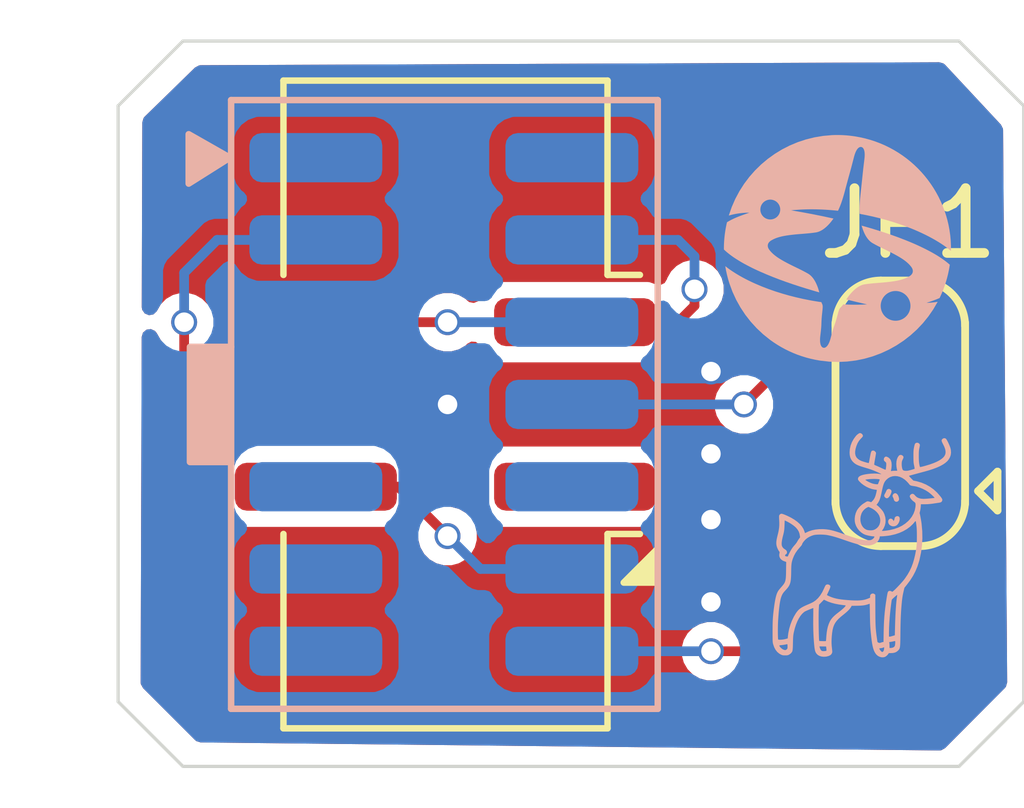
<source format=kicad_pcb>
(kicad_pcb (version 20241229) (generator "pcbnew") (generator_version "9.0")
  (layers (0 "F.Cu" signal) (2 "B.Cu" signal) (13 "F.Paste" user) (15 "B.Paste" user) (5 "F.SilkS" user "F.Silkscreen") (7 "B.SilkS" user "B.Silkscreen") (1 "F.Mask" user) (3 "B.Mask" user) (25 "Edge.Cuts" user))
  (net 0 "")
  (net 1 "/SWO")
  (net 2 "/SWCLK")
  (net 3 "/SWDIO")
  (net 4 "/GND")
  (net 5 "/T_VCC")
  (net 6 "/NRST")
  (net 10 "/SWO{slash}UART")
  (net 14 "/T_VCP_TX")
  (footprint "Jumper:SolderJumper-3_P1.3mm_Open_RoundedPad1.0x1.5mm" (layer "F.Cu") (at -1.905 -5.705 90)
    (property "Reference" "JP1" (at 2.931 0.127 180) (layer "F.SilkS"))
    (property "Value" "SolderJumper_3_Open" (hide yes))
    (pad "1" smd custom (at -1.3 0 90) (size 1 0.5) (layers "F.Cu" "F.Mask") (net 14 "/T_VCP_TX") (options (clearance outline) (anchor rect)) (primitives (gr_circle (center 0 0.25) (end 0.5 0.25) (width 0) (fill yes)) (gr_circle (center 0 -0.25) (end 0.5 -0.25) (width 0) (fill yes)) (gr_poly (pts (xy 0.55 0.75) (xy 0 0.75) (xy 0 -0.75) (xy 0.55 -0.75)) (width 0) (fill yes))))
    (pad "2" smd rect (at 0 0 90) (size 1 1.5) (layers "F.Cu" "F.Mask") (net 10 "/SWO{slash}UART"))
    (pad "3" smd custom (at 1.3 0 90) (size 1 0.5) (layers "F.Cu" "F.Mask") (net 1 "/SWO") (options (clearance outline) (anchor rect)) (primitives (gr_circle (center 0 0.25) (end 0.5 0.25) (width 0) (fill yes)) (gr_circle (center 0 -0.25) (end 0.5 -0.25) (width 0) (fill yes)) (gr_poly (pts (xy 0 0.75) (xy -0.55 0.75) (xy -0.55 -0.75) (xy 0 -0.75)) (width 0) (fill yes))))
  )
  (footprint "Bluesat:IDC6" (layer "F.Cu") (at -8.922 -5.842 90)
    (property "Reference" "J101" (hide yes))
    (property "Value" "Conn_01x06_Pin")
    (pad "1" smd roundrect (at -1.27 2 90) (size 0.74 2.5) (layers "F.Cu" "F.Mask" "F.Paste") (net 10 "/SWO{slash}UART"))
    (pad "2" smd roundrect (at -1.27 -2 90) (size 0.74 2.5) (layers "F.Cu" "F.Mask" "F.Paste") (net 6 "/NRST"))
    (pad "3" smd roundrect (at 0 2 90) (size 0.74 2.5) (layers "F.Cu" "F.Mask" "F.Paste") (net 4 "/GND"))
    (pad "4" smd roundrect (at 0 -2 90) (size 0.74 2.5) (layers "F.Cu" "F.Mask" "F.Paste") (net 5 "/T_VCC"))
    (pad "5" smd roundrect (at 1.27 2 90) (size 0.74 2.5) (layers "F.Cu" "F.Mask" "F.Paste") (net 3 "/SWDIO"))
    (pad "6" smd roundrect (at 1.27 -2 90) (size 0.74 2.5) (layers "F.Cu" "F.Mask" "F.Paste") (net 2 "/SWCLK"))
  )
  (footprint "Project:Reindeer" (layer "B.Cu") (at -2.5 -3.75 180)
    (property "Reference" "G***" (hide yes))
    (property "Value" "LOGO" (hide yes))
  )
  (footprint "Bluesat:IDC14-Plug-Flipped" (layer "B.Cu") (at -8.947 -5.842 90)
    (property "Reference" "J102" (hide yes))
    (property "Value" "Conn_01x14_Pin")
    (pad "1" smd roundrect (at 3.81 -1.975 90) (size 0.76 2.05) (layers "B.Cu" "B.Mask" "B.Paste"))
    (pad "2" smd roundrect (at 3.81 1.975 90) (size 0.76 2.05) (layers "B.Cu" "B.Mask" "B.Paste"))
    (pad "3" smd roundrect (at 2.54 -1.975 90) (size 0.76 2.05) (layers "B.Cu" "B.Mask" "B.Paste") (net 5 "/T_VCC"))
    (pad "4" smd roundrect (at 2.54 1.975 90) (size 0.76 2.05) (layers "B.Cu" "B.Mask" "B.Paste") (net 3 "/SWDIO"))
    (pad "5" smd roundrect (at 1.27 -1.975 90) (size 0.76 2.05) (layers "B.Cu" "B.Mask" "B.Paste") (net 4 "/GND"))
    (pad "6" smd roundrect (at 1.27 1.975 90) (size 0.76 2.05) (layers "B.Cu" "B.Mask" "B.Paste") (net 2 "/SWCLK"))
    (pad "7" smd roundrect (at 0 -1.975 90) (size 0.76 2.05) (layers "B.Cu" "B.Mask" "B.Paste") (net 4 "/GND"))
    (pad "8" smd roundrect (at 0 1.975 90) (size 0.76 2.05) (layers "B.Cu" "B.Mask" "B.Paste") (net 1 "/SWO"))
    (pad "9" smd roundrect (at -1.27 -1.975 90) (size 0.76 2.05) (layers "B.Cu" "B.Mask" "B.Paste"))
    (pad "10" smd roundrect (at -1.27 1.975 90) (size 0.76 2.05) (layers "B.Cu" "B.Mask" "B.Paste"))
    (pad "11" smd roundrect (at -2.54 -1.975 90) (size 0.76 2.05) (layers "B.Cu" "B.Mask" "B.Paste"))
    (pad "12" smd roundrect (at -2.54 1.975 90) (size 0.76 2.05) (layers "B.Cu" "B.Mask" "B.Paste") (net 6 "/NRST"))
    (pad "13" smd roundrect (at -3.81 -1.975 90) (size 0.76 2.05) (layers "B.Cu" "B.Mask" "B.Paste"))
    (pad "14" smd roundrect (at -3.81 1.975 90) (size 0.76 2.05) (layers "B.Cu" "B.Mask" "B.Paste") (net 14 "/T_VCP_TX"))
  )
  (gr_poly (pts (xy -2.413858 -8.57805) (xy -2.326633 -8.552308) (xy -2.239837 -8.52554) (xy -2.153512 -8.497687) (xy -2.0677 -8.46869) (xy -1.982442 -8.438492) (xy -1.897782 -8.407034) (xy -1.81376 -8.374258) (xy -1.761356 -8.352884) (xy -1.709287 -8.330854) (xy -1.657608 -8.308134) (xy -1.60637 -8.28469) (xy -1.555626 -8.260487) (xy -1.505429 -8.23549) (xy -1.455831 -8.209665) (xy -1.406886 -8.182978) (xy -1.382729 -8.169289) (xy -1.358842 -8.155259) (xy -1.335235 -8.1409) (xy -1.311917 -8.126224) (xy -1.2889 -8.111245) (xy -1.266194 -8.095975) (xy -1.243809 -8.080427) (xy -1.221755 -8.064613) (xy -1.211287 -8.056737) (xy -1.200907 -8.048773) (xy -1.190627 -8.04072) (xy -1.180462 -8.032576) (xy -1.170424 -8.02434) (xy -1.160529 -8.01601) (xy -1.150788 -8.007584) (xy -1.141217 -7.999061) (xy -1.1426 -7.989736) (xy -1.144033 -7.980406) (xy -1.155515 -7.914747) (xy -1.16933 -7.850087) (xy -1.185428 -7.786463) (xy -1.203757 -7.723913) (xy -1.224269 -7.662473) (xy -1.246912 -7.602182) (xy -1.271636 -7.543075) (xy -1.298391 -7.485191) (xy -1.322968 -7.474687) (xy -1.34782 -7.464597) (xy -1.37292 -7.454873) (xy -1.398239 -7.445467) (xy -1.449422 -7.427415) (xy -1.501143 -7.410053) (xy -1.479479 -7.410923) (xy -1.457818 -7.412128) (xy -1.436162 -7.413676) (xy -1.414512 -7.415578) (xy -1.392872 -7.417842) (xy -1.371243 -7.420477) (xy -1.349628 -7.423494) (xy -1.328027 -7.4269) (xy -1.396232 -7.309931) (xy -1.472809 -7.199293) (xy -1.557258 -7.095349) (xy -1.649079 -6.998466) (xy -1.747775 -6.909007) (xy -1.852846 -6.827336) (xy -1.963792 -6.753819) (xy -2.080116 -6.68882) (xy -2.201317 -6.632702) (xy -2.326896 -6.585832) (xy -2.456356 -6.548573) (xy -2.589195 -6.521289) (xy -2.724916 -6.504346) (xy -2.863019 -6.498108) (xy -3.003006 -6.502939) (xy -3.144376 -6.519203) (xy -3.216102 -6.53188) (xy -3.286628 -6.54734) (xy -3.355906 -6.565516) (xy -3.423889 -6.586342) (xy -3.490528 -6.609753) (xy -3.555775 -6.635683) (xy -3.619582 -6.664064) (xy -3.6819 -6.694833) (xy -3.742681 -6.727921) (xy -3.801877 -6.763264) (xy -3.859439 -6.800795) (xy -3.915321 -6.840449) (xy -4.021846 -6.925859) (xy -4.121067 -7.018965) (xy -4.212597 -7.11924) (xy -4.296052 -7.226155) (xy -4.371044 -7.339183) (xy -4.437189 -7.457794) (xy -4.494101 -7.581461) (xy -4.541394 -7.709655) (xy -4.561312 -7.775285) (xy -4.578682 -7.841848) (xy -4.593453 -7.909279) (xy -4.605579 -7.977512) (xy -4.588898 -7.964506) (xy -4.572092 -7.951747) (xy -4.555184 -7.939209) (xy -4.538193 -7.926869) (xy -4.490878 -7.894613) (xy -4.442868 -7.863924) (xy -4.394222 -7.834703) (xy -4.345 -7.806851) (xy -4.295262 -7.780268) (xy -4.245066 -7.754855) (xy -4.194472 -7.730512) (xy -4.14354 -7.707141) (xy -4.040603 -7.663474) (xy -3.936557 -7.623375) (xy -3.831516 -7.5867) (xy -3.725594 -7.5533) (xy -3.618902 -7.523031) (xy -3.511556 -7.495744) (xy -3.403667 -7.471294) (xy -3.295349 -7.449534) (xy -3.252174 -7.441946) (xy -3.208934 -7.434733) (xy -3.165636 -7.427911) (xy -3.122285 -7.421499) (xy -3.119436 -7.413767) (xy -3.116709 -7.407066) (xy -3.111732 -7.395789) (xy -3.10758 -7.385729) (xy -3.105883 -7.380548) (xy -3.104477 -7.374944) (xy -3.103389 -7.368673) (xy -3.102647 -7.361494) (xy -3.102279 -7.353163) (xy -3.102314 -7.343438) (xy -3.102779 -7.332076) (xy -3.103704 -7.318835) (xy -3.105114 -7.303472) (xy -3.10704 -7.285746) (xy -3.114509 -7.215875) (xy -3.118744 -7.165153) (xy -3.120857 -7.127201) (xy -3.121961 -7.095641) (xy -3.123169 -7.064093) (xy -3.125593 -7.02618) (xy -3.130344 -6.975523) (xy -3.138537 -6.905743) (xy -3.140349 -6.889972) (xy -3.141707 -6.875109) (xy -3.142635 -6.861126) (xy -3.143156 -6.847996) (xy -3.143295 -6.835692) (xy -3.143075 -6.824188) (xy -3.142522 -6.813457) (xy -3.141658 -6.803471) (xy -3.140509 -6.794205) (xy -3.139097 -6.78563) (xy -3.137447 -6.777721) (xy -3.135583 -6.77045) (xy -3.13353 -6.76379) (xy -3.13131 -6.757716) (xy -3.128949 -6.752199) (xy -3.12647 -6.747213) (xy -3.123898 -6.742731) (xy -3.121256 -6.738726) (xy -3.118568 -6.735171) (xy -3.115859 -6.73204) (xy -3.113152 -6.729305) (xy -3.110472 -6.726941) (xy -3.107842 -6.724919) (xy -3.105288 -6.723213) (xy -3.102832 -6.721796) (xy -3.100499 -6.720642) (xy -3.096297 -6.719012) (xy -3.092875 -6.718109) (xy -3.090426 -6.717718) (xy -3.084482 -6.716799) (xy -3.079976 -6.716792) (xy -3.07458 -6.717448) (xy -3.068396 -6.719036) (xy -3.061525 -6.721826) (xy -3.054068 -6.72609) (xy -3.046126 -6.732097) (xy -3.0378 -6.740118) (xy -3.033524 -6.744968) (xy -3.02919 -6.750423) (xy -3.02481 -6.756517) (xy -3.020397 -6.763283) (xy -3.015964 -6.770755) (xy -3.011523 -6.778967) (xy -3.007087 -6.787953) (xy -3.002668 -6.797746) (xy -2.99828 -6.808381) (xy -2.993934 -6.819891) (xy -2.989643 -6.83231) (xy -2.98542 -6.845671) (xy -2.981278 -6.860009) (xy -2.977229 -6.875358) (xy -2.959484 -6.943343) (xy -2.945492 -6.992262) (xy -2.933969 -7.028463) (xy -2.923627 -7.058292) (xy -2.913183 -7.088095) (xy -2.901349 -7.124218) (xy -2.886841 -7.173009) (xy -2.868372 -7.240813) (xy -2.86292 -7.260913) (xy -2.857981 -7.277729) (xy -2.853455 -7.291652) (xy -2.849237 -7.303072) (xy -2.847213 -7.307966) (xy -2.845227 -7.312381) (xy -2.843267 -7.316367) (xy -2.84132 -7.319971) (xy -2.839374 -7.323243) (xy -2.837416 -7.326231) (xy -2.835432 -7.328985) (xy -2.83341 -7.331553) (xy -2.829201 -7.336328) (xy -2.824686 -7.340948) (xy -2.814329 -7.351283) (xy -2.808281 -7.357781) (xy -2.806182 -7.360235) (xy -2.20734 -7.360235) (xy -2.206887 -7.348926) (xy -2.20588 -7.337716) (xy -2.20433 -7.326623) (xy -2.202247 -7.315666) (xy -2.199642 -7.30486) (xy -2.196525 -7.294225) (xy -2.192907 -7.283776) (xy -2.188798 -7.273531) (xy -2.184209 -7.263509) (xy -2.179151 -7.253725) (xy -2.173635 -7.244198) (xy -2.16767 -7.234945) (xy -2.161267 -7.225983) (xy -2.154438 -7.21733) (xy -2.147192 -7.209003) (xy -2.139541 -7.201019) (xy -2.131494 -7.193397) (xy -2.123063 -7.186152) (xy -2.114258 -7.179304) (xy -2.10509 -7.172868) (xy -2.095569 -7.166863) (xy -2.085706 -7.161305) (xy -2.075511 -7.156213) (xy -2.064995 -7.151604) (xy -2.054169 -7.147494) (xy -2.043043 -7.143902) (xy -2.031628 -7.140845) (xy -2.020085 -7.138368) (xy -2.008555 -7.136498) (xy -1.997054 -7.135224) (xy -1.985601 -7.134537) (xy -1.974213 -7.134424) (xy -1.962907 -7.134876) (xy -1.9517 -7.135882) (xy -1.94061 -7.137432) (xy -1.929655 -7.139514) (xy -1.918851 -7.142119) (xy -1.908216 -7.145235) (xy -1.897768 -7.148852) (xy -1.887524 -7.152959) (xy -1.877501 -7.157546) (xy -1.867717 -7.162602) (xy -1.858189 -7.168117) (xy -1.848934 -7.17408) (xy -1.839971 -7.18048) (xy -1.831315 -7.187307) (xy -1.822986 -7.19455) (xy -1.814999 -7.202198) (xy -1.807373 -7.210241) (xy -1.800125 -7.218669) (xy -1.793273 -7.22747) (xy -1.786833 -7.236634) (xy -1.780823 -7.246151) (xy -1.775261 -7.25601) (xy -1.770163 -7.2662) (xy -1.765548 -7.27671) (xy -1.761433 -7.287531) (xy -1.757835 -7.298651) (xy -1.754771 -7.310059) (xy -1.752294 -7.321608) (xy -1.750425 -7.333145) (xy -1.749153 -7.34465) (xy -1.748466 -7.356109) (xy -1.748356 -7.367501) (xy -1.74881 -7.378812) (xy -1.749818 -7.390023) (xy -1.75137 -7.401116) (xy -1.753455 -7.412074) (xy -1.756063 -7.422881) (xy -1.759182 -7.433518) (xy -1.762802 -7.443968) (xy -1.766913 -7.454213) (xy -1.771504 -7.464237) (xy -1.776564 -7.474022) (xy -1.782082 -7.48355) (xy -1.788049 -7.492804) (xy -1.794452 -7.501768) (xy -1.801283 -7.510422) (xy -1.808529 -7.51875) (xy -1.816181 -7.526735) (xy -1.824227 -7.534358) (xy -1.832658 -7.541604) (xy -1.841462 -7.548453) (xy -1.850629 -7.55489) (xy -1.860148 -7.560896) (xy -1.870008 -7.566454) (xy -1.8802 -7.571547) (xy -1.890712 -7.576156) (xy -1.901534 -7.580266) (xy -1.912654 -7.583859) (xy -1.924063 -7.586916) (xy -1.929838 -7.588234) (xy -1.935611 -7.589399) (xy -1.941381 -7.590413) (xy -1.947146 -7.591275) (xy -1.952903 -7.591989) (xy -1.95865 -7.592554) (xy -1.964385 -7.592973) (xy -1.970107 -7.593246) (xy -1.98008 -7.593379) (xy -1.989991 -7.593077) (xy -1.999829 -7.592348) (xy -2.009583 -7.5912) (xy -2.01924 -7.589639) (xy -2.028789 -7.587673) (xy -2.038218 -7.585309) (xy -2.047516 -7.582554) (xy -2.056671 -7.579415) (xy -2.065671 -7.575899) (xy -2.074504 -7.572013) (xy -2.08316 -7.567765) (xy -2.091626 -7.563162) (xy -2.09989 -7.55821) (xy -2.107941 -7.552917) (xy -2.115768 -7.547291) (xy -2.123358 -7.541337) (xy -2.130701 -7.535064) (xy -2.137783 -7.528479) (xy -2.144594 -7.521588) (xy -2.151123 -7.514398) (xy -2.157356 -7.506918) (xy -2.163283 -7.499154) (xy -2.168893 -7.491113) (xy -2.174172 -7.482802) (xy -2.17911 -7.474229) (xy -2.183696 -7.4654) (xy -2.187916 -7.456323) (xy -2.191761 -7.447005) (xy -2.195217 -7.437453) (xy -2.198274 -7.427674) (xy -2.20092 -7.417676) (xy -2.203397 -7.406127) (xy -2.205267 -7.394591) (xy -2.20654 -7.383085) (xy -2.207227 -7.371628) (xy -2.20734 -7.360235) (xy -2.806182 -7.360235) (xy -2.801517 -7.365688) (xy -2.793935 -7.375394) (xy -2.789805 -7.381044) (xy -2.785432 -7.38729) (xy -2.746146 -7.385271) (xy -2.70685 -7.383701) (xy -2.667545 -7.382589) (xy -2.628232 -7.381941) (xy -2.561285 -7.381941) (xy -2.525549 -7.382526) (xy -2.489817 -7.383528) (xy -2.454091 -7.384957) (xy -2.418374 -7.386825) (xy -2.578949 -7.424369) (xy -2.73838 -7.462789) (xy -2.72559 -7.481798) (xy -2.711955 -7.500994) (xy -2.697511 -7.520213) (xy -2.682298 -7.539288) (xy -2.666352 -7.558055) (xy -2.649711 -7.576348) (xy -2.632413 -7.594003) (xy -2.614495 -7.610853) (xy -2.595995 -7.626734) (xy -2.57695 -7.641481) (xy -2.557399 -7.654928) (xy -2.537379 -7.66691) (xy -2.516927 -7.677262) (xy -2.506551 -7.681774) (xy -2.496081 -7.685818) (xy -2.485523 -7.689371) (xy -2.474879 -7.692414) (xy -2.464157 -7.694924) (xy -2.453359 -7.696883) (xy -2.408196 -7.703193) (xy -2.362906 -7.708372) (xy -2.317522 -7.712726) (xy -2.272078 -7.716559) (xy -2.181147 -7.72388) (xy -2.135727 -7.727978) (xy -2.090384 -7.732773) (xy -2.04903 -7.737823) (xy -2.006594 -7.743798) (xy -1.963658 -7.751117) (xy -1.942186 -7.755412) (xy -1.920807 -7.7602) (xy -1.899596 -7.765534) (xy -1.878625 -7.771466) (xy -1.857967 -7.778049) (xy -1.837696 -7.785335) (xy -1.817883 -7.793377) (xy -1.798602 -7.802226) (xy -1.779926 -7.811937) (xy -1.761928 -7.82256) (xy -1.757299 -7.82558) (xy -1.752824 -7.828745) (xy -1.748514 -7.832053) (xy -1.744383 -7.835502) (xy -1.740442 -7.839089) (xy -1.736702 -7.84281) (xy -1.733176 -7.846664) (xy -1.729876 -7.850647) (xy -1.726813 -7.854756) (xy -1.723999 -7.85899) (xy -1.721446 -7.863345) (xy -1.719167 -7.867819) (xy -1.717172 -7.872409) (xy -1.715474 -7.877112) (xy -1.714085 -7.881925) (xy -1.713017 -7.886846) (xy -1.71222 -7.891829) (xy -1.711763 -7.896826) (xy -1.711634 -7.901831) (xy -1.711824 -7.906837) (xy -1.712322 -7.911837) (xy -1.713117 -7.916825) (xy -1.714201 -7.921795) (xy -1.715562 -7.92674) (xy -1.71719 -7.931654) (xy -1.719075 -7.936529) (xy -1.721207 -7.94136) (xy -1.723576 -7.94614) (xy -1.726171 -7.950862) (xy -1.728982 -7.95552) (xy -1.731999 -7.960108) (xy -1.735212 -7.964619) (xy -1.748111 -7.981041) (xy -1.761974 -7.996862) (xy -1.776711 -8.012104) (xy -1.792238 -8.026789) (xy -1.808468 -8.040939) (xy -1.825312 -8.054576) (xy -1.842686 -8.067722) (xy -1.860501 -8.0804) (xy -1.878672 -8.092631) (xy -1.897111 -8.104438) (xy -1.934449 -8.126867) (xy -1.971819 -8.147863) (xy -2.008528 -8.167604) (xy -2.04902 -8.188569) (xy -2.089836 -8.208909) (xy -2.171877 -8.248801) (xy -2.212819 -8.268896) (xy -2.253518 -8.289455) (xy -2.293834 -8.310747) (xy -2.333625 -8.333046) (xy -2.349474 -8.343198) (xy -2.364536 -8.354737) (xy -2.378825 -8.367556) (xy -2.392358 -8.381551) (xy -2.40515 -8.396617) (xy -2.417218 -8.412647) (xy -2.428576 -8.429536) (xy -2.43924 -8.447179) (xy -2.449227 -8.465472) (xy -2.458551 -8.484307) (xy -2.467229 -8.50358) (xy -2.475276 -8.523185) (xy -2.482708 -8.543018) (xy -2.48954 -8.562972) (xy -2.495789 -8.582942) (xy -2.50147 -8.602823)) (fill yes) (layer "B.SilkS"))
  (gr_poly (pts (xy -2.827843 -10.001208) (xy -2.783592 -9.999405) (xy -2.73919 -9.996472) (xy -2.694653 -9.992397) (xy -2.649996 -9.987168) (xy -2.605236 -9.980775) (xy -2.523684 -9.966125) (xy -2.443695 -9.947883) (xy -2.365339 -9.926144) (xy -2.288688 -9.901007) (xy -2.213814 -9.87257) (xy -2.140787 -9.840928) (xy -2.069678 -9.80618) (xy -2.000558 -9.768424) (xy -1.933499 -9.727755) (xy -1.868571 -9.684273) (xy -1.805846 -9.638074) (xy -1.745395 -9.589255) (xy -1.687288 -9.537914) (xy -1.631598 -9.484148) (xy -1.578395 -9.428056) (xy -1.52775 -9.369733) (xy -1.479734 -9.309277) (xy -1.434418 -9.246787) (xy -1.391875 -9.182358) (xy -1.352173 -9.116089) (xy -1.315386 -9.048077) (xy -1.281583 -8.978419) (xy -1.250836 -8.907213) (xy -1.223216 -8.834555) (xy -1.198795 -8.760544) (xy -1.177642 -8.685277) (xy -1.15983 -8.608851) (xy -1.145429 -8.531363) (xy -1.134511 -8.452911) (xy -1.127147 -8.373592) (xy -1.123407 -8.293504) (xy -1.123363 -8.212743) (xy -1.14579 -8.231122) (xy -1.168527 -8.248943) (xy -1.191546 -8.266245) (xy -1.214815 -8.283068) (xy -1.238307 -8.299451) (xy -1.261989 -8.315433) (xy -1.285834 -8.331054) (xy -1.309811 -8.346353) (xy -1.361705 -8.377563) (xy -1.414207 -8.407327) (xy -1.467267 -8.435726) (xy -1.520832 -8.462844) (xy -1.574853 -8.488764) (xy -1.629278 -8.513569) (xy -1.684057 -8.537341) (xy -1.739139 -8.560164) (xy -1.835931 -8.597205) (xy -1.933511 -8.631544) (xy -2.031811 -8.663248) (xy -2.130762 -8.692386) (xy -2.230297 -8.719027) (xy -2.330348 -8.743238) (xy -2.430847 -8.765089) (xy -2.531726 -8.784646) (xy -2.533628 -8.825642) (xy -2.534065 -8.866705) (xy -2.533218 -8.907799) (xy -2.531265 -8.94889) (xy -2.528387 -8.989943) (xy -2.524762 -9.030925) (xy -2.515991 -9.112533) (xy -2.500335 -9.254354) (xy -2.488357 -9.370567) (xy -2.475952 -9.486728) (xy -2.459018 -9.628393) (xy -2.457199 -9.644163) (xy -2.455835 -9.659026) (xy -2.454903 -9.673009) (xy -2.454377 -9.686138) (xy -2.454235 -9.698441) (xy -2.454451 -9.709943) (xy -2.455001 -9.720673) (xy -2.455863 -9.730657) (xy -2.457011 -9.739922) (xy -2.458421 -9.748494) (xy -2.46007 -9.756401) (xy -2.461932 -9.76367) (xy -2.463986 -9.770327) (xy -2.466205 -9.776399) (xy -2.468566 -9.781914) (xy -2.471045 -9.786898) (xy -2.473618 -9.791377) (xy -2.476261 -9.79538) (xy -2.47895 -9.798932) (xy -2.48166 -9.802061) (xy -2.484368 -9.804793) (xy -2.487049 -9.807156) (xy -2.489679 -9.809176) (xy -2.492235 -9.81088) (xy -2.494692 -9.812295) (xy -2.497026 -9.813448) (xy -2.50123 -9.815075) (xy -2.504653 -9.815976) (xy -2.507103 -9.816366) (xy -2.513047 -9.817307) (xy -2.517554 -9.817322) (xy -2.52295 -9.816674) (xy -2.529134 -9.815091) (xy -2.536005 -9.812305) (xy -2.543461 -9.808044) (xy -2.551402 -9.802039) (xy -2.559727 -9.794019) (xy -2.564001 -9.789169) (xy -2.568334 -9.783715) (xy -2.572711 -9.777621) (xy -2.577122 -9.770855) (xy -2.581553 -9.763383) (xy -2.585991 -9.755171) (xy -2.590424 -9.746185) (xy -2.594839 -9.736391) (xy -2.599223 -9.725756) (xy -2.603565 -9.714246) (xy -2.607851 -9.701827) (xy -2.612068 -9.688465) (xy -2.616205 -9.674127) (xy -2.620248 -9.658779) (xy -2.655991 -9.520646) (xy -2.686665 -9.407916) (xy -2.71774 -9.295289) (xy -2.754684 -9.157466) (xy -2.765756 -9.116018) (xy -2.777282 -9.074578) (xy -2.78944 -9.033259) (xy -2.802408 -8.992173) (xy -2.816362 -8.951435) (xy -2.831481 -8.911154) (xy -2.84794 -8.871446) (xy -2.856728 -8.851841) (xy -2.865918 -8.832421) (xy -2.913952 -8.837212) (xy -2.962026 -8.841469) (xy -3.010133 -8.845173) (xy -3.058264 -8.848305) (xy -3.106413 -8.850845) (xy -3.15457 -8.852774) (xy -3.202729 -8.854072) (xy -3.250881 -8.85472) (xy -3.295917 -8.85472) (xy -3.332764 -8.85427) (xy -3.369595 -8.853408) (xy -3.406407 -8.852127) (xy -3.443199 -8.850421) (xy -3.479968 -8.848283) (xy -3.516711 -8.845707) (xy -3.553426 -8.842687) (xy -3.590111 -8.839217) (xy -3.424893 -8.810505) (xy -3.260898 -8.779945) (xy -3.098044 -8.747246) (xy -2.93625 -8.712118) (xy -2.949005 -8.69416) (xy -2.962469 -8.676178) (xy -2.976609 -8.658307) (xy -2.991396 -8.640683) (xy -3.006798 -8.623441) (xy -3.022785 -8.606716) (xy -3.039325 -8.590643) (xy -3.056389 -8.575358) (xy -3.073945 -8.560996) (xy -3.091963 -8.547692) (xy -3.110412 -8.535581) (xy -3.129261 -8.524799) (xy -3.148479 -8.515481) (xy -3.158217 -8.511413) (xy -3.168036 -8.507762) (xy -3.177931 -8.504544) (xy -3.1879 -8.501777) (xy -3.197938 -8.499477) (xy -3.208042 -8.497661) (xy -3.253225 -8.49137) (xy -3.298526 -8.486197) (xy -3.343915 -8.48184) (xy -3.389361 -8.477998) (xy -3.4803 -8.470652) (xy -3.52573 -8.466545) (xy -3.571094 -8.461746) (xy -3.612445 -8.456716) (xy -3.654872 -8.450752) (xy -3.697795 -8.443438) (xy -3.719261 -8.439145) (xy -3.740632 -8.434358) (xy -3.761836 -8.429025) (xy -3.7828 -8.423094) (xy -3.803451 -8.416513) (xy -3.823717 -8.40923) (xy -3.843525 -8.401193) (xy -3.862802 -8.39235) (xy -3.881475 -8.382648) (xy -3.899472 -8.372036) (xy -3.904113 -8.369005) (xy -3.908598 -8.365829) (xy -3.912914 -8.362513) (xy -3.91705 -8.359057) (xy -3.920995 -8.355465) (xy -3.924737 -8.35174) (xy -3.928263 -8.347883) (xy -3.931563 -8.343898) (xy -3.934625 -8.339787) (xy -3.937437 -8.335553) (xy -3.939988 -8.331197) (xy -3.942265 -8.326724) (xy -3.944258 -8.322135) (xy -3.945954 -8.317432) (xy -3.947342 -8.312619) (xy -3.94841 -8.307699) (xy -3.949206 -8.302716) (xy -3.949663 -8.297718) (xy -3.949792 -8.292713) (xy -3.949602 -8.287707) (xy -3.949105 -8.282706) (xy -3.948309 -8.277718) (xy -3.947226 -8.272748) (xy -3.945865 -8.267805) (xy -3.944237 -8.262893) (xy -3.942351 -8.258021) (xy -3.940219 -8.253194) (xy -3.937851 -8.248419) (xy -3.935256 -8.243704) (xy -3.932445 -8.239054) (xy -3.929428 -8.234476) (xy -3.926215 -8.229977) (xy -3.913315 -8.213543) (xy -3.899452 -8.197711) (xy -3.884714 -8.18246) (xy -3.869187 -8.167766) (xy -3.852957 -8.153609) (xy -3.836112 -8.139966) (xy -3.81874 -8.126814) (xy -3.800925 -8.114132) (xy -3.782757 -8.101897) (xy -3.76432 -8.090087) (xy -3.726992 -8.067654) (xy -3.689637 -8.046656) (xy -3.65295 -8.026915) (xy -3.612436 -8.005951) (xy -3.571605 -7.985612) (xy -3.489549 -7.945718) (xy -3.448606 -7.925618) (xy -3.407907 -7.90505) (xy -3.367592 -7.883742) (xy -3.327802 -7.861421) (xy -3.310995 -7.850602) (xy -3.295076 -7.838224) (xy -3.280025 -7.824415) (xy -3.265825 -7.809301) (xy -3.252455 -7.793008) (xy -3.239898 -7.775663) (xy -3.228135 -7.757391) (xy -3.217146 -7.738321) (xy -3.206913 -7.718577) (xy -3.197417 -7.698286) (xy -3.18864 -7.677574) (xy -3.180561 -7.656569) (xy -3.173164 -7.635396) (xy -3.166428 -7.614182) (xy -3.160335 -7.593054) (xy -3.154867 -7.572136) (xy -3.206937 -7.587061) (xy -3.258891 -7.60229) (xy -3.361701 -7.633251) (xy -3.464026 -7.665356) (xy -3.56576 -7.698749) (xy -3.666799 -7.733574) (xy -3.767037 -7.769975) (xy -3.866369 -7.808096) (xy -3.964689 -7.848082) (xy -4.061891 -7.890076) (xy -4.110064 -7.911705) (xy -4.15779 -7.934065) (xy -4.181459 -7.945546) (xy -4.204986 -7.95724) (xy -4.228359 -7.969158) (xy -4.25157 -7.98131) (xy -4.274796 -7.993344) (xy -4.297855 -8.005624) (xy -4.320731 -8.018149) (xy -4.343412 -8.03092) (xy -4.365882 -8.043936) (xy -4.388129 -8.057197) (xy -4.410137 -8.070704) (xy -4.431894 -8.084457) (xy -4.453475 -8.098386) (xy -4.474741 -8.112628) (xy -4.495667 -8.127179) (xy -4.51623 -8.142037) (xy -4.536406 -8.157199) (xy -4.55617 -8.172661) (xy -4.575498 -8.188421) (xy -4.594365 -8.204475) (xy -4.602578 -8.211867) (xy -4.610706 -8.219337) (xy -4.618731 -8.226881) (xy -4.626637 -8.234499) (xy -4.626551 -8.269792) (xy -4.62575 -8.305199) (xy -4.624226 -8.340711) (xy -4.621975 -8.376321) (xy -4.618991 -8.41202) (xy -4.615267 -8.447801) (xy -4.610799 -8.483654) (xy -4.605579 -8.519572) (xy -4.599906 -8.553797) (xy -4.593594 -8.587757) (xy -4.586655 -8.621447) (xy -4.579095 -8.654861) (xy -4.56167 -8.665473) (xy -4.543893 -8.675698) (xy -4.525785 -8.685557) (xy -4.507367 -8.695072) (xy -4.48866 -8.704263) (xy -4.469685 -8.713152) (xy -4.450463 -8.721757) (xy -4.431016 -8.730102) (xy -4.406987 -8.739971) (xy -4.382694 -8.749521) (xy -4.358176 -8.758788) (xy -4.333472 -8.767812) (xy -4.283666 -8.785276) (xy -4.233586 -8.802216) (xy -4.286916 -8.802216) (xy -4.320073 -8.799947) (xy -4.353235 -8.796894) (xy -4.386385 -8.792988) (xy -4.419504 -8.788161) (xy -4.452575 -8.782344) (xy -4.48558 -8.775468) (xy -4.518501 -8.767465) (xy -4.551319 -8.758266) (xy -4.520054 -8.848742) (xy -4.064115 -8.848742) (xy -4.063813 -8.841192) (xy -4.063141 -8.833709) (xy -4.062106 -8.826304) (xy -4.060715 -8.81899) (xy -4.058975 -8.811777) (xy -4.056894 -8.804678) (xy -4.054477 -8.797704) (xy -4.051734 -8.790866) (xy -4.04867 -8.784176) (xy -4.045292 -8.777647) (xy -4.041608 -8.771288) (xy -4.037625 -8.765112) (xy -4.03335 -8.759131) (xy -4.02879 -8.753356) (xy -4.023952 -8.747799) (xy -4.018844 -8.74247) (xy -4.013472 -8.737383) (xy -4.007843 -8.732548) (xy -4.001964 -8.727977) (xy -3.995844 -8.723681) (xy -3.989488 -8.719673) (xy -3.982903 -8.715963) (xy -3.976098 -8.712563) (xy -3.969079 -8.709486) (xy -3.961853 -8.706742) (xy -3.954427 -8.704343) (xy -3.946808 -8.7023) (xy -3.939102 -8.700645) (xy -3.931404 -8.699395) (xy -3.923727 -8.698543) (xy -3.916081 -8.698083) (xy -3.908478 -8.698007) (xy -3.900931 -8.698307) (xy -3.893449 -8.698978) (xy -3.886046 -8.700012) (xy -3.878733 -8.701401) (xy -3.87152 -8.703139) (xy -3.864421 -8.705218) (xy -3.857447 -8.707632) (xy -3.850608 -8.710373) (xy -3.843918 -8.713435) (xy -3.837387 -8.716809) (xy -3.831027 -8.72049) (xy -3.824849 -8.72447) (xy -3.818866 -8.728741) (xy -3.813089 -8.733297) (xy -3.80753 -8.738131) (xy -3.802199 -8.743236) (xy -3.79711 -8.748604) (xy -3.792273 -8.754228) (xy -3.787699 -8.760102) (xy -3.783402 -8.766218) (xy -3.779392 -8.772568) (xy -3.77568 -8.779147) (xy -3.772279 -8.785947) (xy -3.7692 -8.792961) (xy -3.766455 -8.800181) (xy -3.764056 -8.807601) (xy -3.762013 -8.815213) (xy -3.760358 -8.822925) (xy -3.759108 -8.830629) (xy -3.758257 -8.838312) (xy -3.757797 -8.845963) (xy -3.757722 -8.853571) (xy -3.758024 -8.861123) (xy -3.758696 -8.868609) (xy -3.759731 -8.876016) (xy -3.761122 -8.883333) (xy -3.762862 -8.890549) (xy -3.764943 -8.897651) (xy -3.76736 -8.904629) (xy -3.770103 -8.91147) (xy -3.773168 -8.918163) (xy -3.776545 -8.924696) (xy -3.780229 -8.931059) (xy -3.784212 -8.937238) (xy -3.788487 -8.943223) (xy -3.793047 -8.949001) (xy -3.797885 -8.954562) (xy -3.802993 -8.959894) (xy -3.808366 -8.964984) (xy -3.813994 -8.969823) (xy -3.819873 -8.974397) (xy -3.825994 -8.978695) (xy -3.83235 -8.982706) (xy -3.838934 -8.986417) (xy -3.845739 -8.989819) (xy -3.852758 -8.992898) (xy -3.859985 -8.995643) (xy -3.867411 -8.998043) (xy -3.875029 -9.000085) (xy -3.878882 -9.000964) (xy -3.882734 -9.00174) (xy -3.886584 -9.002415) (xy -3.89043 -9.002989) (xy -3.894271 -9.003463) (xy -3.898106 -9.003838) (xy -3.901933 -9.004116) (xy -3.905751 -9.004297) (xy -3.912406 -9.004383) (xy -3.91902 -9.004179) (xy -3.925586 -9.003691) (xy -3.932095 -9.002922) (xy -3.93854 -9.001878) (xy -3.944913 -9.000564) (xy -3.951206 -8.998984) (xy -3.957411 -8.997143) (xy -3.963522 -8.995046) (xy -3.969528 -8.992698) (xy -3.975425 -8.990103) (xy -3.981202 -8.987266) (xy -3.986853 -8.984193) (xy -3.992369 -8.980887) (xy -3.997744 -8.977353) (xy -4.002968 -8.973597) (xy -4.008035 -8.969622) (xy -4.012936 -8.965435) (xy -4.017665 -8.961039) (xy -4.022212 -8.956439) (xy -4.02657 -8.951641) (xy -4.030732 -8.946648) (xy -4.034689 -8.941466) (xy -4.038435 -8.936099) (xy -4.04196 -8.930553) (xy -4.045257 -8.924832) (xy -4.048319 -8.91894) (xy -4.051138 -8.912883) (xy -4.053706 -8.906665) (xy -4.056014 -8.900291) (xy -4.058057 -8.893766) (xy -4.059824 -8.887095) (xy -4.061479 -8.879383) (xy -4.062729 -8.87168) (xy -4.06358 -8.863998) (xy -4.06404 -8.856348) (xy -4.064115 -8.848742) (xy -4.520054 -8.848742) (xy -4.506154 -8.888966) (xy -4.451439 -9.014272) (xy -4.387668 -9.133825) (xy -4.315336 -9.247261) (xy -4.234936 -9.35422) (xy -4.146964 -9.45434) (xy -4.051914 -9.547261) (xy -3.950279 -9.632621) (xy -3.842556 -9.710058) (xy -3.729238 -9.779212) (xy -3.61082 -9.839721) (xy -3.487795 -9.891223) (xy -3.36066 -9.933359) (xy -3.229907 -9.965765) (xy -3.096032 -9.988082) (xy -2.95953 -9.999947) (xy -2.915828 -10.001467) (xy -2.871927 -10.001891)) (fill yes) (layer "B.SilkS"))
  (gr_line (start -1 -11.452) (end 0 -10.452) (stroke (width 0.05)) (layer "Edge.Cuts"))
  (gr_line (start -13.9725 -10.452) (end -13.9725 -1.254) (stroke (width 0.05)) (layer "Edge.Cuts"))
  (gr_line (start -1 -11.452) (end -12.9725 -11.452) (stroke (width 0.05)) (layer "Edge.Cuts"))
  (gr_line (start -12.9725 -0.254) (end -13.9725 -1.254) (stroke (width 0.05)) (layer "Edge.Cuts"))
  (gr_line (start 0 -1.254) (end -1 -0.254) (stroke (width 0.05)) (layer "Edge.Cuts"))
  (gr_line (start -12.9725 -11.452) (end -13.9725 -10.452) (stroke (width 0.05)) (layer "Edge.Cuts"))
  (gr_line (start 0 -10.452) (end 0 -1.254) (stroke (width 0.05)) (layer "Edge.Cuts"))
  (gr_line (start -1 -0.254) (end -12.9725 -0.254) (stroke (width 0.05)) (layer "Edge.Cuts"))
  (segment (start -4.318 -5.842) (end -3.155 -7.005) (width 0.15) (layer "F.Cu") (net 1))
  (segment (start -1.905 -7.005) (end -1.353 -7.005) (width 0.2) (layer "F.Cu") (net 1))
  (segment (start -3.155 -7.005) (end -1.905 -7.005) (width 0.15) (layer "F.Cu") (net 1))
  (via (at -4.318 -5.842) (size 0.4) (drill 0.3) (layers "F.Cu" "B.Cu") (net 1))
  (segment (start -6.972 -5.842) (end -4.318 -5.842) (width 0.15) (layer "B.Cu") (net 1))
  (segment (start -8.89 -7.112) (end -10.922 -7.112) (width 0.15) (layer "F.Cu") (net 2))
  (via (at -8.89 -7.112) (size 0.4) (drill 0.3) (layers "F.Cu" "B.Cu") (net 2))
  (segment (start -6.972 -7.112) (end -8.89 -7.112) (width 0.15) (layer "B.Cu") (net 2))
  (segment (start -5.08 -7.366) (end -5.08 -7.62) (width 0.15) (layer "F.Cu") (net 3))
  (segment (start -5.334 -7.112) (end -5.08 -7.366) (width 0.15) (layer "F.Cu") (net 3))
  (segment (start -6.922 -7.112) (end -5.334 -7.112) (width 0.15) (layer "F.Cu") (net 3))
  (via (at -5.08 -7.62) (size 0.4) (drill 0.3) (layers "F.Cu" "B.Cu") (net 3))
  (segment (start -6.972 -8.382) (end -5.334 -8.382) (width 0.15) (layer "B.Cu") (net 3))
  (segment (start -5.334 -8.382) (end -5.08 -8.128) (width 0.15) (layer "B.Cu") (net 3))
  (segment (start -5.08 -8.128) (end -5.08 -7.62) (width 0.15) (layer "B.Cu") (net 3))
  (segment (start -6.375 -5.705) (end -6.391 -5.689) (width 0.15) (layer "F.Cu") (net 4))
  (segment (start -6.382 -5.705) (end -7.15348 -5.705) (width 0.3) (layer "F.Cu") (net 4))
  (via (at -4.826 -2.794) (size 0.4) (drill 0.3) (layers "F.Cu" "B.Cu") (net 4))
  (via (at -4.826 -4.064) (size 0.4) (drill 0.3) (layers "F.Cu" "B.Cu") (net 4))
  (via (at -8.89 -5.842) (size 0.4) (drill 0.3) (layers "F.Cu" "B.Cu") (net 4))
  (via (at -4.826 -5.08) (size 0.4) (drill 0.3) (layers "F.Cu" "B.Cu") (net 4))
  (via (at -4.826 -6.35) (size 0.4) (drill 0.3) (layers "F.Cu" "B.Cu") (net 4))
  (segment (start -10.382 -5.705) (end -10.541 -5.705) (width 0.3) (layer "B.Cu") (net 4))
  (segment (start -10.922 -5.842) (end -12.446 -5.842) (width 0.15) (layer "F.Cu") (net 5))
  (segment (start -10.922 -5.842) (end -9.906 -5.842) (width 0.15) (layer "F.Cu") (net 5))
  (segment (start -12.954 -6.35) (end -12.954 -7.112) (width 0.15) (layer "F.Cu") (net 5))
  (segment (start -11.631999 -5.705) (end -10.382 -5.705) (width 0.3) (layer "F.Cu") (net 5))
  (segment (start -12.446 -5.842) (end -12.954 -6.35) (width 0.15) (layer "F.Cu") (net 5))
  (via (at -12.954 -7.112) (size 0.4) (drill 0.3) (layers "F.Cu" "B.Cu") (net 5))
  (segment (start -10.922 -8.382) (end -12.446 -8.382) (width 0.15) (layer "B.Cu") (net 5))
  (segment (start -12.954 -7.874) (end -12.954 -7.112) (width 0.15) (layer "B.Cu") (net 5))
  (segment (start -12.446 -8.382) (end -12.954 -7.874) (width 0.15) (layer "B.Cu") (net 5))
  (segment (start -10.382 -4.435) (end -11.631999 -4.435) (width 0.3) (layer "F.Cu") (net 6))
  (segment (start -9.652 -4.572) (end -10.922 -4.572) (width 0.15) (layer "F.Cu") (net 6))
  (segment (start -8.89 -3.81) (end -9.652 -4.572) (width 0.15) (layer "F.Cu") (net 6))
  (via (at -8.89 -3.81) (size 0.4) (drill 0.3) (layers "F.Cu" "B.Cu") (net 6))
  (segment (start -8.382 -3.302) (end -8.89 -3.81) (width 0.15) (layer "B.Cu") (net 6))
  (segment (start -6.972 -3.302) (end -8.382 -3.302) (width 0.15) (layer "B.Cu") (net 6))
  (segment (start -3.185 -5.705) (end -4.318 -4.572) (width 0.15) (layer "F.Cu") (net 10))
  (segment (start -1.905 -5.705) (end -3.185 -5.705) (width 0.15) (layer "F.Cu") (net 10))
  (segment (start -4.318 -4.572) (end -6.922 -4.572) (width 0.15) (layer "F.Cu") (net 10))
  (segment (start -1.905 -4.405) (end -4.278 -2.032) (width 0.15) (layer "F.Cu") (net 14))
  (segment (start -4.278 -2.032) (end -4.826 -2.032) (width 0.15) (layer "F.Cu") (net 14))
  (via (at -4.826 -2.032) (size 0.4) (drill 0.3) (layers "F.Cu" "B.Cu") (net 14))
  (segment (start -4.826 -2.032) (end -6.972 -2.032) (width 0.15) (layer "B.Cu") (net 14))
  (zone (net 4) (net_name "/GND") (layers "F.Cu" "B.Cu") (connect_pads yes (clearance 0.25)) (min_thickness 0.25) (fill yes (thermal_gap 0.5) (thermal_bridge_width 0.5) (island_removal_mode 2) (island_area_min 10))
    (polygon (pts (xy -1.25 -11.125) (xy -0.319661 -10.126371) (xy -0.255761 -1.499957) (xy -1.25 -0.5) (xy -12.75 -0.625) (xy -13.625 -1.5) (xy -13.599423 -10.249925) (xy -12.75 -11.079)))
  )
)
</source>
